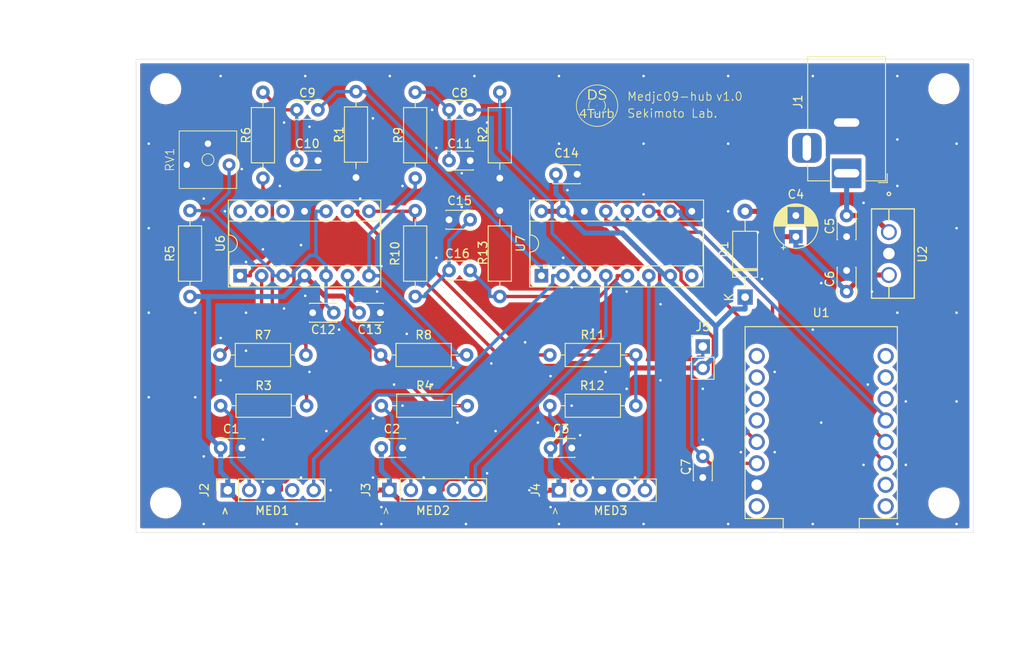
<source format=kicad_pcb>
(kicad_pcb (version 20240108) (generator "pcbnew") (generator_version "8.0")
  (layers (0 "F.Cu" signal) (31 "B.Cu" signal) (34 "B.Paste" user) (35 "F.Paste" user) (36 "B.SilkS" user "B.Silkscreen") (37 "F.SilkS" user "F.Silkscreen") (38 "B.Mask" user) (39 "F.Mask" user) (44 "Edge.Cuts" user))
  (net 0 "")
  (net 1 "GND")
  (net 2 "+3V3")
  (net 3 "Net-(D1-A)")
  (net 4 "Net-(U2-Vcc)")
  (net 5 "Net-(J5-Pin_1)")
  (net 6 "FME2")
  (net 7 "Net-(C11-Pad1)")
  (net 8 "Net-(C10-Pad2)")
  (net 9 "FME1")
  (net 10 "Net-(U6-+IN_A)")
  (net 11 "Net-(C15-Pad2)")
  (net 12 "FME3")
  (net 13 "RAWME1")
  (net 14 "SME1")
  (net 16 "SME2")
  (net 17 "RAWME2")
  (net 19 "SME3")
  (net 20 "RAWME3")
  (net 22 "Net-(U6--IN_A)")
  (net 23 "Net-(U6--IN_B)")
  (net 24 "Net-(U6-OUT_A)")
  (net 25 "Net-(U6-OUT_B)")
  (net 26 "Net-(U6-OUT_C)")
  (net 27 "Net-(U6--IN_C)")
  (net 29 "MOSI")
  (net 38 "SS")
  (net 39 "SCK")
  (net 40 "MISO")
  (footprint "MountingHole:MountingHole_3.2mm_M3" (layer "F.Cu") (at 160.5 122.5)
    (property "Reference" "REF4" (hide yes))
    (property "Value" "MountingHole_3.2mm_M3")
  )
  (footprint "GF063:GF063P" (layer "F.Cu") (at 73.5 81.9)
    (property "Reference" "RV1")
    (property "Value" "5kΩ")
  )
  (footprint "MountingHole:MountingHole_3.2mm_M3" (layer "F.Cu") (at 68.5 73.5)
    (property "Reference" "REF1" (hide yes))
    (property "Value" "MountingHole_3.2mm_M3")
  )
  (footprint "Capacitor_THT:C_Disc_D3.0mm_W2.0mm_P2.50mm" (layer "F.Cu") (at 75 116)
    (property "Reference" "C1")
    (property "Value" "0.1μF")
  )
  (footprint "Capacitor_THT:C_Disc_D3.0mm_W2.0mm_P2.50mm" (layer "F.Cu") (at 94 116)
    (property "Reference" "C2")
    (property "Value" "0.1μF")
  )
  (footprint "Resistor_THT:R_Axial_DIN0207_L6.3mm_D2.5mm_P10.16mm_Horizontal" (layer "F.Cu") (at 108 87.92 -90)
    (property "Reference" "R13")
    (property "Value" "33kΩ")
  )
  (footprint "Resistor_THT:R_Axial_DIN0207_L6.3mm_D2.5mm_P10.16mm_Horizontal" (layer "F.Cu") (at 124.08 111 180)
    (property "Reference" "R12")
    (property "Value" "10kΩ")
  )
  (footprint "Resistor_THT:R_Axial_DIN0207_L6.3mm_D2.5mm_P10.16mm_Horizontal" (layer "F.Cu") (at 75 111)
    (property "Reference" "R3")
    (property "Value" "10kΩ")
  )
  (footprint "LAB-LOGO:sekimoto_logo" (layer "F.Cu") (at 119.5 75.5)
    (property "Reference" "G***" (hide yes))
    (property "Value" "LOGO" (hide yes))
  )
  (footprint "Resistor_THT:R_Axial_DIN0207_L6.3mm_D2.5mm_P10.16mm_Horizontal" (layer "F.Cu") (at 74.92 105)
    (property "Reference" "R7")
    (property "Value" "10kΩ")
  )
  (footprint "Capacitor_THT:C_Disc_D3.0mm_W2.0mm_P2.50mm" (layer "F.Cu") (at 91.38 100)
    (property "Reference" "C13")
    (property "Value" "0.1μF")
  )
  (footprint "Resistor_THT:R_Axial_DIN0207_L6.3mm_D2.5mm_P10.16mm_Horizontal" (layer "F.Cu") (at 98 73.92 -90)
    (property "Reference" "R9")
    (property "Value" "200Ω")
  )
  (footprint "Resistor_THT:R_Axial_DIN0207_L6.3mm_D2.5mm_P10.16mm_Horizontal" (layer "F.Cu") (at 80 73.92 -90)
    (property "Reference" "R6")
    (property "Value" "200Ω")
  )
  (footprint "Capacitor_THT:C_Disc_D3.0mm_W2.0mm_P2.50mm" (layer "F.Cu") (at 86.5 76 180)
    (property "Reference" "C9")
    (property "Value" "0.47μF")
  )
  (footprint "Capacitor_THT:C_Disc_D3.0mm_W2.0mm_P2.50mm" (layer "F.Cu") (at 132 117 -90)
    (property "Reference" "C7")
    (property "Value" "0.1μF")
  )
  (footprint "Capacitor_THT:C_Disc_D3.0mm_W2.0mm_P2.50mm" (layer "F.Cu") (at 104.5 76 180)
    (property "Reference" "C8")
    (property "Value" "0.47μF")
  )
  (footprint "Capacitor_THT:C_Disc_D3.0mm_W2.0mm_P2.50mm" (layer "F.Cu") (at 86.5 82 180)
    (property "Reference" "C10")
    (property "Value" "1μF")
  )
  (footprint "Capacitor_THT:C_Disc_D3.0mm_W2.0mm_P2.50mm" (layer "F.Cu") (at 102 95)
    (property "Reference" "C16")
    (property "Value" "0.47μF")
  )
  (footprint "Package_DIP:DIP-16_W7.62mm_Socket" (layer "F.Cu") (at 112.92 95.62 90)
    (property "Reference" "U7")
    (property "Value" "MCP3208-CI_P")
  )
  (footprint "Resistor_THT:R_Axial_DIN0207_L6.3mm_D2.5mm_P10.16mm_Horizontal" (layer "F.Cu") (at 71.38 98.08 90)
    (property "Reference" "R5")
    (property "Value" "10kΩ")
  )
  (footprint "Resistor_THT:R_Axial_DIN0207_L6.3mm_D2.5mm_P10.16mm_Horizontal" (layer "F.Cu") (at 94 111)
    (property "Reference" "R4")
    (property "Value" "10kΩ")
  )
  (footprint "Connector_PinSocket_2.54mm:PinSocket_1x05_P2.54mm_Vertical" (layer "F.Cu") (at 75.84 121 90)
    (property "Reference" "J2")
    (property "Value" "Conn_01x05_Socket")
  )
  (footprint "Capacitor_THT:C_Disc_D3.0mm_W2.0mm_P2.50mm" (layer "F.Cu") (at 114.64 83.62)
    (property "Reference" "C14")
    (property "Value" "0.1μF")
  )
  (footprint "Connector_PinSocket_2.54mm:PinSocket_1x05_P2.54mm_Vertical" (layer "F.Cu") (at 94.95 120.975 90)
    (property "Reference" "J3")
    (property "Value" "Conn_01x05_Socket")
  )
  (footprint "Capacitor_THT:CP_Radial_D5.0mm_P2.50mm" (layer "F.Cu") (at 143 91 90)
    (property "Reference" "C4")
    (property "Value" "47μF")
  )
  (footprint "Capacitor_THT:C_Disc_D3.0mm_W2.0mm_P2.50mm" (layer "F.Cu") (at 88.38 100 180)
    (property "Reference" "C12")
    (property "Value" "0.1μF")
  )
  (footprint "Capacitor_THT:C_Disc_D3.0mm_W2.0mm_P2.50mm" (layer "F.Cu") (at 149 88.5 -90)
    (property "Reference" "C5")
    (property "Value" "0.1μF")
  )
  (footprint "ESP32-C3_SUPERMINI:MODULE_ESP32-C3_SUPERMINI" (layer "F.Cu") (at 146 113 180)
    (property "Reference" "U1")
    (property "Value" "ESP32-C3_SUPERMINI")
  )
  (footprint "MountingHole:MountingHole_3.2mm_M3" (layer "F.Cu") (at 68.5 122.5)
    (property "Reference" "REF2" (hide yes))
    (property "Value" "MountingHole_3.2mm_M3")
  )
  (footprint "Diode_THT:D_A-405_P10.16mm_Horizontal" (layer "F.Cu") (at 137 98.16 90)
    (property "Reference" "D1")
    (property "Value" "1N4007")
  )
  (footprint "Resistor_THT:R_Axial_DIN0207_L6.3mm_D2.5mm_P10.16mm_Horizontal" (layer "F.Cu") (at 93.92 105)
    (property "Reference" "R8")
    (property "Value" "10kΩ")
  )
  (footprint "Capacitor_THT:C_Disc_D3.0mm_W2.0mm_P2.50mm" (layer "F.Cu") (at 149 95 -90)
    (property "Reference" "C6")
    (property "Value" "0.1μF")
  )
  (footprint "Connector_PinHeader_2.54mm:PinHeader_1x02_P2.54mm_Vertical" (layer "F.Cu") (at 132 104)
    (property "Reference" "J5")
    (property "Value" "Conn_01x02_Pin")
  )
  (footprint "MountingHole:MountingHole_3.2mm_M3" (layer "F.Cu") (at 160.5 73.5)
    (property "Reference" "REF3" (hide yes))
    (property "Value" "MountingHole_3.2mm_M3")
  )
  (footprint "Resistor_THT:R_Axial_DIN0207_L6.3mm_D2.5mm_P10.16mm_Horizontal" (layer "F.Cu") (at 108 73.92 -90)
    (property "Reference" "R2")
    (property "Value" "33kΩ")
  )
  (footprint "Resistor_THT:R_Axial_DIN0207_L6.3mm_D2.5mm_P10.16mm_Horizontal" (layer "F.Cu") (at 91 84 90)
    (property "Reference" "R1")
    (property "Value" "33kΩ")
  )
  (footprint "Package_DIP:DIP-14_W7.62mm_Socket" (layer "F.Cu") (at 77.3 95.62 90)
    (property "Reference" "U6")
    (property "Value" "NJM2747D")
  )
  (footprint "Resistor_THT:R_Axial_DIN0207_L6.3mm_D2.5mm_P10.16mm_Horizontal" (layer "F.Cu") (at 113.92 105)
    (property "Reference" "R11")
    (property "Value" "10kΩ")
  )
  (footprint "Capacitor_THT:C_Disc_D3.0mm_W2.0mm_P2.50mm" (layer "F.Cu") (at 114 116)
    (property "Reference" "C3")
    (property "Value" "0.1μF")
  )
  (footprint "Connector_PinSocket_2.54mm:PinSocket_1x05_P2.54mm_Vertical" (layer "F.Cu") (at 115 121 90)
    (property "Reference" "J4")
    (property "Value" "Conn_01x05_Socket")
  )
  (footprint "Capacitor_THT:C_Disc_D3.0mm_W2.0mm_P2.50mm" (layer "F.Cu") (at 102 82)
    (property "Reference" "C11")
    (property "Value" "1μF")
  )
  (footprint "BA033CC0T:BA033CC0T" (layer "F.Cu") (at 154 90.46 -90)
    (property "Reference" "U2")
    (property "Value" "BA033CC0T")
  )
  (footprint "Connector_BarrelJack:BarrelJack_Horizontal" (layer "F.Cu") (at 149 83.5 -90)
    (property "Reference" "J1")
    (property "Value" "MJ-180P")
  )
  (footprint "Resistor_THT:R_Axial_DIN0207_L6.3mm_D2.5mm_P10.16mm_Horizontal" (layer "F.Cu") (at 98 87.92 -90)
    (property "Reference" "R10")
    (property "Value" "200Ω")
  )
  (footprint "Capacitor_THT:C_Disc_D3.0mm_W2.0mm_P2.50mm" (layer "F.Cu") (at 102 89)
    (property "Reference" "C15")
    (property "Value" "1μF")
  )
  (gr_rect (start 65 70) (end 164 126) (stroke (width 0.05)) (fill none) (layer "Edge.Cuts"))
  (gr_text "v1.0" (at 133.5 75 0) (layer "F.SilkS") (effects (font (size 1 1) (thickness 0.1)) (justify left bottom)))
  (gr_text "v" (at 95 123 180) (layer "F.SilkS") (effects (font (size 1 1) (thickness 0.1)) (justify left bottom)))
  (gr_text "Sekimoto Lab." (at 123 77 0) (layer "F.SilkS") (effects (font (size 1 1) (thickness 0.1)) (justify left bottom)))
  (gr_text "v" (at 115 123 180) (layer "F.SilkS") (effects (font (size 1 1) (thickness 0.1)) (justify left bottom)))
  (gr_text "MED2" (at 98 124 0) (layer "F.SilkS") (effects (font (size 1 1)) (justify left bottom)))
  (gr_text "Medjc09-hub" (at 123 75 0) (layer "F.SilkS") (effects (font (size 1 1) (thickness 0.1)) (justify left bottom)))
  (gr_text "MED3" (at 119 124 0) (layer "F.SilkS") (effects (font (size 1 1)) (justify left bottom)))
  (gr_text "MED1" (at 79 124 0) (layer "F.SilkS") (effects (font (size 1 1)) (justify left bottom)))
  (gr_text "v" (at 76 123 180) (layer "F.SilkS") (effects (font (size 1 1)) (justify left bottom)))
  (segment (start 116.5 116) (end 120 119.5) (width 0.4) (layer "F.Cu") (net 1))
  (segment (start 92.6469 109.1469) (end 92.6469 112.1469) (width 0.4) (layer "F.Cu") (net 1))
  (segment (start 102 89) (end 103.2017 87.7983) (width 0.4) (layer "F.Cu") (net 1))
  (segment (start 127 120) (end 127.5 119.5) (width 0.4) (layer "F.Cu") (net 1))
  (segment (start 117.14 84.8443) (end 109.966 84.8443) (width 0.4) (layer "F.Cu") (net 1))
  (segment (start 127.5 119.5) (end 132 119.5) (width 0.4) (layer "F.Cu") (net 1))
  (segment (start 103.9733 119.7233) (end 112.7767 119.7233) (width 0.4) (layer "F.Cu") (net 1))
  (segment (start 82.1717 120.4813) (end 82.1717 121) (width 0.4) (layer "F.Cu") (net 1))
  (segment (start 106.58 87.7983) (end 107.8783 87.7983) (width 0.4) (layer "F.Cu") (net 1))
  (segment (start 92.5 101.5) (end 92.6469 101.6469) (width 0.4) (layer "F.Cu") (net 1))
  (segment (start 83.6653 97.7853) (end 85.88 100) (width 0.4) (layer "F.Cu") (net 1))
  (segment (start 138.38 120.36) (end 132.86 120.36) (width 0.4) (layer "F.Cu") (net 1))
  (segment (start 124 119.5) (end 126.5 119.5) (width 0.4) (layer "F.Cu") (net 1))
  (segment (start 132.86 120.36) (end 132 119.5) (width 0.4) (layer "F.Cu") (net 1))
  (segment (start 107.8783 87.7983) (end 108 87.92) (width 0.4) (layer "F.Cu") (net 1))
  (segment (start 82.1717 121) (end 80.92 121) (width 0.4) (layer "F.Cu") (net 1))
  (segment (start 106.58 86.58) (end 106.5 86.5) (width 0.4) (layer "F.Cu") (net 1))
  (segment (start 101.9857 119.7233) (end 103.5267 119.7233) (width 0.4) (layer "F.Cu") (net 1))
  (segment (start 120.08 119.5) (end 120.08 119.7483) (width 0.4) (layer "F.Cu") (net 1))
  (segment (start 84.92 89.2017) (end 83.6653 90.4564) (width 0.4) (layer "F.Cu") (net 1))
  (segment (start 82 120) (end 82 120.653) (width 0.4) (layer "F.Cu") (net 1))
  (segment (start 118 86.7983) (end 118 85.7043) (width 0.4) (layer "F.Cu") (net 1))
  (segment (start 103.75 119.5) (end 104 119.5) (width 0.4) (layer "F.Cu") (net 1))
  (segment (start 92.5 109) (end 92.6469 109.1469) (width 0.4) (layer "F.Cu") (net 1))
  (segment (start 106.58 86.42) (end 106.58 84.08) (width 0.4) (layer "F.Cu") (net 1))
  (segment (start 99 86) (end 102 89) (width 0.4) (layer "F.Cu") (net 1))
  (segment (start 90.153 112.5) (end 82.653 120) (width 0.4) (layer "F.Cu") (net 1))
  (segment (start 93 86) (end 99 86) (width 0.4) (layer "F.Cu") (net 1))
  (segment (start 106.58 87.7983) (end 106.58 86.58) (width 0.4) (layer "F.Cu") (net 1))
  (segment (start 118 85.7043) (end 117.14 84.8443) (width 0.4) (layer "F.Cu") (net 1))
  (segment (start 129.4983 88) (end 129.4983 87.6244) (width 0.4) (layer "F.Cu") (net 1))
  (segment (start 84.92 88) (end 84.92 89.2017) (width 0.4) (layer "F.Cu") (net 1))
  (segment (start 106.58 84.08) (end 108 84.08) (width 0.4) (layer "F.Cu") (net 1))
  (segment (start 93 112.5) (end 90.153 112.5) (width 0.4) (layer "F.Cu") (net 1))
  (segment (start 100.03 120.975) (end 101.2817 120.975) (width 0.4) (layer "F.Cu") (net 1))
  (segment (start 92.6469 101.2331) (end 92.6469 101.3531) (width 0.4) (layer "F.Cu") (net 1))
  (segment (start 82 120.653) (end 82.1717 120.4813) (width 0.4) (layer "F.Cu") (net 1))
  (segment (start 112.7767 119.7233) (end 116.5 116) (width 0.4) (layer "F.Cu") (net 1))
  (segment (start 92.6469 108.8531) (end 92.5 109) (width 0.4) (layer "F.Cu") (net 1))
  (segment (start 103.2017 87.7983) (end 103.5 87.5) (width 0.4) (layer "F.Cu") (net 1))
  (segment (start 129.4983 87.6244) (end 128.6722 86.7983) (width 0.4) (layer "F.Cu") (net 1))
  (segment (start 126.5 119.5) (end 127 120) (width 0.4) (layer "F.Cu") (net 1))
  (segment (start 108 84.08) (end 109.2017 84.08) (width 0.4) (layer "F.Cu") (net 1))
  (segment (start 93.88 100) (end 92.6469 101.2331) (width 0.4) (layer "F.Cu") (net 1))
  (segment (start 118 88) (end 118 86.7983) (width 0.4) (layer "F.Cu") (net 1))
  (segment (start 128.6722 86.7983) (end 118 86.7983) (width 0.4) (layer "F.Cu") (net 1))
  (segment (start 104 119.75) (end 103.9733 119.7233) (width 0.4) (layer "F.Cu") (net 1))
  (segment (start 106.5 86.5) (end 106.58 86.42) (width 0.4) (layer "F.Cu") (net 1))
  (segment (start 104 119.5) (end 104 119.75) (width 0.4) (layer "F.Cu") (net 1))
  (segment (start 92.6469 101.6469) (end 92.6469 108.8531) (width 0.4) (layer "F.Cu") (net 1))
  (segment (start 120 119.5) (end 120.08 119.5) (width 0.4) (layer "F.Cu") (net 1))
  (segment (start 106.58 84.08) (end 104.5 82) (width 0.4) (layer "F.Cu") (net 1))
  (segment (start 91 84) (end 93 86) (width 0.4) (layer "F.Cu") (net 1))
  (segment (start 93 112.5) (end 96.5 116) (width 0.4) (layer "F.Cu") (net 1))
  (segment (start 92.6469 101.3531) (end 92.5 101.5) (width 0.4) (layer "F.Cu") (net 1))
  (segment (start 83.6653 90.4564) (end 83.6653 97.7853) (width 0.4) (layer "F.Cu") (net 1))
  (segment (start 103.5267 119.7233) (end 103.75 119.5) (width 0.4) (layer "F.Cu") (net 1))
  (segment (start 87.1131 101.2331) (end 85.88 100) (width 0.4) (layer "F.Cu") (net 1))
  (segment (start 109.966 84.8443) (end 109.2017 84.08) (width 0.4) (layer "F.Cu") (net 1))
  (segment (start 130.7 88) (end 129.4983 88) (width 0.4) (layer "F.Cu") (net 1))
  (segment (start 92.6469 101.2331) (end 87.1131 101.2331) (width 0.4) (layer "F.Cu") (net 1))
  (segment (start 103.5 87.5) (end 106.58 87.7983) (width 0.4) (layer "F.Cu") (net 1))
  (segment (start 117.14 84.8443) (end 117.14 83.62) (width 0.4) (layer "F.Cu") (net 1))
  (segment (start 103.75 119.5) (end 103.75 119.5) (width 0.4) (layer "F.Cu") (net 1))
  (segment (start 120.08 119.5) (end 124 119.5) (width 0.4) (layer "F.Cu") (net 1))
  (segment (start 101.2817 120.975) (end 101.2817 120.4273) (width 0.4) (layer "F.Cu") (net 1))
  (segment (start 120.08 121) (end 120.08 119.7483) (width 0.4) (layer "F.Cu") (net 1))
  (segment (start 82.653 120) (end 82 120) (width 0.4) (layer "F.Cu") (net 1))
  (segment (start 101.2817 120.4273) (end 101.9857 119.7233) (width 0.4) (layer "F.Cu") (net 1))
  (segment (start 93 112.5) (end 92.6469 112.1469) (width 0.4) (layer "F.Cu") (net 1))
  (via (at 162 100) (size 0.6) (drill 0.3) (layers "F.Cu" "B.Cu") (net 1))
  (via (at 156 110.5) (size 0.6) (drill 0.3) (layers "F.Cu" "B.Cu") (net 1))
  (via (at 162 90) (size 0.6) (drill 0.3) (layers "F.Cu" "B.Cu") (net 1))
  (via (at 106.5 77.5) (size 0.6) (drill 0.3) (layers "F.Cu" "B.Cu") (net 1))
  (via (at 119 119.5) (size 0.6) (drill 0.3) (layers "F.Cu" "B.Cu") (net 1))
  (via (at 78 104.5) (size 0.6) (drill 0.3) (layers "F.Cu" "B.Cu") (net 1))
  (via (at 105 72) (size 0.6) (drill 0.3) (layers "F.Cu" "B.Cu") (net 1))
  (via (at 130.5 118.5) (size 0.6) (drill 0.3) (layers "F.Cu" "B.Cu") (net 1))
  (via (at 75.5 88) (size 0.6) (drill 0.3) (layers "F.Cu" "B.Cu") (net 1))
  (via (at 97 102.5) (size 0.6) (drill 0.3) (layers "F.Cu" "B.Cu") (net 1))
  (via (at 136.5 116.5) (size 0.6) (drill 0.3) (layers "F.Cu" "B.Cu") (net 1))
  (via (at 107 106) (size 0.6) (drill 0.3) (layers "F.Cu" "B.Cu") (net 1))
  (via (at 152 97.5) (size 0.6) (drill 0.3) (layers "F.Cu" "B.Cu") (net 1))
  (via (at 88 121) (size 0.6) (drill 0.3) (layers "F.Cu" "B.Cu") (net 1))
  (via (at 73 86.5) (size 0.6) (drill 0.3) (layers "F.Cu" "B.Cu") (net 1))
  (via (at 94 123) (size 0.6) (drill 0.3) (layers "F.Cu" "B.Cu") (net 1))
  (via (at 162 125) (size 0.6) (drill 0.3) (layers "F.Cu" "B.Cu") (net 1))
  (via (at 93.5 97.5) (size 0.6) (drill 0.3) (layers "F.Cu" "B.Cu") (net 1))
  (via (at 106.5 119) (size 0.6) (drill 0.3) (layers "F.Cu" "B.Cu") (net 1))
  (via (at 91.5 86.5) (size 0.6) (drill 0.3) (layers "F.Cu" "B.Cu") (net 1))
  (via (at 125 125) (size 0.6) (drill 0.3) (layers "F.Cu" "B.Cu") (net 1))
  (via (at 162 110.5) (size 0.6) (drill 0.3) (layers "F.Cu" "B.Cu") (net 1))
  (via (at 84.5 119.5) (size 0.6) (drill 0.3) (layers "F.Cu" "B.Cu") (net 1))
  (via (at 72 110) (size 0.6) (drill 0.3) (layers "F.Cu" "B.Cu") (net 1))
  (via (at 82 85) (size 0.6) (drill 0.3) (layers "F.Cu" "B.Cu") (net 1))
  (via (at 72 100) (size 0.6) (drill 0.3) (layers "F.Cu" "B.Cu") (net 1))
  (via (at 132 89) (size 0.6) (drill 0.3) (layers "F.Cu" "B.Cu") (net 1))
  (via (at 85.5 107) (size 0.6) (drill 0.3) (layers "F.Cu" "B.Cu") (net 1))
  (via (at 115 80) (size 0.6) (drill 0.3) (layers "F.Cu" "B.Cu") (net 1))
  (via (at 100 108.5) (size 0.6) (drill 0.3) (layers "F.Cu" "B.Cu") (net 1))
  (via (at 117.5 114.5) (size 0.6) (drill 0.3) (layers "F.Cu" "B.Cu") (net 1))
  (via (at 112 86.5) (size 0.6) (drill 0.3) (layers "F.Cu" "B.Cu") (net 1))
  (via (at 77.5 83) (size 0.6) (drill 0.3) (layers "F.Cu" "B.Cu") (net 1))
  (via (at 132 115) (size 0.6) (drill 0.3) (layers "F.Cu" "B.Cu") (net 1))
  (via (at 127 108) (size 0.6) (drill 0.3) (layers "F.Cu" "B.Cu") (net 1))
  (via (at 100 76) (size 0.6) (drill 0.3) (layers "F.Cu" "B.Cu") (net 1))
  (via (at 111.5 121) (size 0.6) (drill 0.3) (layers "F.Cu" "B.Cu") (net 1))
  (via (at 140.5 116.5) (size 0.6) (drill 0.3) (layers "F.Cu" "B.Cu") (net 1))
  (via (at 151 87) (size 0.6) (drill 0.3) (layers "F.Cu" "B.Cu") (net 1))
  (via (at 66.5 80) (size 0.6) (drill 0.3) (layers "F.Cu" "B.Cu") (net 1))
  (via (at 123 109) (size 0.6) (drill 0.3) (layers "F.Cu" "B.Cu") (net 1))
  (via (at 116 85.5) (size 0.6) (drill 0.3) (layers "F.Cu" "B.Cu") (net 1))
  (via (at 124 119.5) (size 0.6) (drill 0.3) (layers "F.Cu" "B.Cu") (net 1))
  (via (at 151.5 108.5) (size 0.6) (drill 0.3) (layers "F.Cu" "B.Cu") (net 1))
  (via (at 87.5 114) (size 0.6) (drill 0.3) (layers "F.Cu" "B.Cu") (net 1))
  (via (at 132 109) (size 0.6) (drill 0.3) (layers "F.Cu" "B.Cu") (net 1))
  (via (at 92.5 101.5) (size 0.6) (drill 0.3) (layers "F.Cu" "B.Cu") (net 1))
  (via (at 96.5 85) (size 0.6) (drill 0.3) (layers "F.Cu" "B.Cu") (net 1))
  (via (at 78 100) (size 0.6) (drill 0.3) (layers "F.Cu" "B.Cu") (net 1))
  (via (at 94 94.5) (size 0.6) (drill 0.3) (layers "F.Cu" "B.Cu") (net 1))
  (via (at 75 72) (size 0.6) (drill 0.3) (layers "F.Cu" "B.Cu") (net 1))
  (via (at 146 113) (size 0.6) (drill 0.3) (layers "F.Cu" "B.Cu") (net 1))
  (via (at 139 96) (size 0.6) (drill 0.3) (layers "F.Cu" "B.Cu") (net 1))
  (via (at 125 72) (size 0.6) (drill 0.3) (layers "F.Cu" "B.Cu") (net 1))
  (via (at 145 72) (size 0.6) (drill 0.3) (layers "F.Cu" "B.Cu") (net 1))
  (via (at 82.5 77.5) (size 0.6) (drill 0.3) (layers "F.Cu" "B.Cu") (net 1))
  (via (at 93 112.5) (size 0.6) (drill 0.3) (layers "F.Cu" "B.Cu") (net 1))
  (via (at 100.5 93.5) (size 0.6) (drill 0.3) (layers "F.Cu" "B.Cu") (net 1))
  (via (at 66.5 100) (size 0.6) (drill 0.3) (layers "F.Cu" "B.Cu") (net 1))
  (via (at 100.5 80.5) (size 0.6) (drill 0.3) (layers "F.Cu" "B.Cu") (net 1))
  (via (at 85 98) (size 0.6) (drill 0.3) (layers "F.Cu" "B.Cu") (net 1))
  (via (at 155 125) (size 0.6) (drill 0.3) (layers "F.Cu" "B.Cu") (net 1))
  (via (at 89 102) (size 0.6) (drill 0.3) (layers "F.Cu" "B.Cu") (net 1))
  (via (at 155 79.5) (size 0.6) (drill 0.3) (layers "F.Cu" "B.Cu") (net 1))
  (via (at 80 92.5) (size 0.6) (drill 0.3) (layers "F.Cu" "B.Cu") (net 1))
  (via (at 96.5 111) (size 0.6) (drill 0.3) (layers "F.Cu" "B.Cu") (net 1))
  (via (at 73 89) (size 0.6) (drill 0.3) (layers "F.Cu" "B.Cu") (net 1))
  (via (at 99 119.5) (size 0.6) (drill 0.3) (layers "F.Cu" "B.Cu") (net 1))
  (via (at 155 85) (size 0.6) (drill 0.3) (layers "F.Cu" "B.Cu") (net 1))
  (via (at 115 125) (size 0.6) (drill 0.3) (layers "F.Cu" "B.Cu") (net 1))
  (via (at 146 96.5) (size 0.6) (drill 0.3) (layers "F.Cu" "B.Cu") (net 1))
  (via (at 75 108) (size 0.6) (drill 0.3) (layers "F.Cu" "B.Cu") (net 1))
  (via (at 78 94) (size 0.6) (drill 0.3) (layers "F.Cu" "B.Cu") (net 1))
  (via (at 114 107.5) (size 0.6) (drill 0.3) (layers "F.Cu" "B.Cu") (net 1))
  (via (at 145 102) (size 0.6) (drill 0.3) (layers "F.Cu" "B.Cu") (net 1))
  (via (at 107.5 114) (size 0.6) (drill 0.3) (layers "F.Cu" "B.Cu") (net 1))
  (via (at 115 72) (size 0.6) (drill 0.3) (layers "F.Cu" "B.Cu") (net 1))
  (via (at 115.5 93.5) (size 0.6) (drill 0.3) (layers "F.Cu" "B.Cu") (net 1))
  (via (at 85.5 78) (size 0.6) (drill 0.3) (layers "F.Cu" "B.Cu") (net 1))
  (via (at 103.5 87.5) (size 0.6) (drill 0.3) (layers "F.Cu" "B.Cu") (net 1))
  (via (at 116.5 111) (size 0.6) (drill 0.3) (layers "F.Cu" "B.Cu") (net 1))
  (via (at 73 117) (size 0.6) (drill 0.3) (layers "F.Cu" "B.Cu") (net 1))
  (via (at 102.5 106.5) (size 0.6) (drill 0.3) (layers "F.Cu" "B.Cu") (net 1))
  (via (at 127 99) (size 0.6) (drill 0.3) (layers "F.Cu" "B.Cu") (net 1))
  (via (at 95 72) (size 0.6) (drill 0.3) (layers "F.Cu" "B.Cu") (net 1))
  (via (at 103 113) (size 0.6) (drill 0.3) (layers "F.Cu" "B.Cu") (net 1))
  (via (at 120.5 107) (size 0.6) (drill 0.3) (layers "F.Cu" "B.Cu") (net 1))
  (via (at 135 125) (size 0.6) (drill 0.3) (layers "F.Cu" "B.Cu") (net 1))
  (via (at 80 115) (size 0.6) (drill 0.3) (layers "F.Cu" "B.Cu") (net 1))
  (via (at 125 80) (size 0.6) (drill 0.3) (layers "F.Cu" "B.Cu") (net 1))
  (via (at 66.5 90) (size 0.6) (drill 0.3) (layers "F.Cu" "B.Cu") (net 1))
  (via (at 125 86) (size 0.6) (drill 0.3) (layers "F.Cu" "B.Cu") (net 1))
  (via (at 93 119.5) (size 0.6) (drill 0.3) (layers "F.Cu" "B.Cu") (net 1))
  (via (at 119 102) (size 0.6) (drill 0.3) (layers "F.Cu" "B.Cu") (net 1))
  (via (at 85 72) (size 0.6) (drill 0.3) (layers "F.Cu" "B.Cu") (net 1))
  (via (at 82.5 99.5) (size 0.6) (drill 0.3) (layers "F.Cu" "B.Cu") (net 1))
  (via (at 155 100) (size 0.6) (drill 0.3) (layers "F.Cu" "B.Cu") (net 1))
  (via (at 112.5 113) (size 0.6) (drill 0.3) (layers "F.Cu" "B.Cu") (net 1))
  (via (at 73 125) (size 0.6) (drill 0.3) (layers "F.Cu" "B.Cu") (net 1))
  (via (at 80 120) (size 0.6) (drill 0.3) (layers "F.Cu" "B.Cu") (net 1))
  (via (at 145 125) (size 0.6) (drill 0.3) (layers "F.Cu" "B.Cu") (net 1))
  (via (at 135 88) (size 0.6) (drill 0.3) (layers "F.Cu" "B.Cu") (net 1))
  (via (at 151 118) (size 0.6) (drill 0.3) (layers "F.Cu" "B.Cu") (net 1))
  (via (at 104 125) (size 0.6) (drill 0.3) (layers "F.Cu" "B.Cu") (net 1))
  (via (at 84 125) (size 0.6) (drill 0.3) (layers "F.Cu" "B.Cu") (net 1))
  (via (at 138.5 90.5) (size 0.6) (drill 0.3) (layers "F.Cu" "B.Cu") (net 1))
  (via (at 114 123) (size 0.6) (drill 0.3) (layers "F.Cu" "B.Cu") (net 1))
  (via (at 135 72) (size 0.6) (drill 0.3) (layers "F.Cu" "B.Cu") (net 1))
  (via (at 93 77) (size 0.6) (drill 0.3) (layers "F.Cu" "B.Cu") (net 1))
  (via (at 155 72) (size 0.6) (drill 0.3) (layers "F.Cu" "B.Cu") (net 1))
  (via (at 66.5 110) (size 0.6) (drill 0.3) (layers "F.Cu" "B.Cu") (net 1))
  (via (at 162 80) (size 0.6) (drill 0.3) (layers "F.Cu" "B.Cu") (net 1))
  (via (at 140.5 107) (size 0.6) (drill 0.3) (layers "F.Cu" "B.Cu") (net 1))
  (via (at 135 80) (size 0.6) (drill 0.3) (layers "F.Cu" "B.Cu") (net 1))
  (via (at 116.5 97) (size 0.6) (drill 0.3) (layers "F.Cu" "B.Cu") (net 1))
  (via (at 103.5 83.5) (size 0.6) (drill 0.3) (layers "F.Cu" "B.Cu") (net 1))
  (via (at 75 103) (size 0.6) (drill 0.3) (layers "F.Cu" "B.Cu") (net 1))
  (via (at 111 103.5) (size 0.6) (drill 0.3) (layers "F.Cu" "B.Cu") (net 1))
  (via (at 84.5 92) (size 0.6) (drill 0.3) (layers "F.Cu" "B.Cu") (net 1))
  (via (at 123 97.5) (size 0.6) (drill 0.3) (layers "F.Cu" "B.Cu") (net 1))
  (via (at 95.5 108.5) (size 0.6) (drill 0.3) (layers "F.Cu" "B.Cu") (net 1))
  (via (at 156 118) (size 0.6) (drill 0.3) (layers "F.Cu" "B.Cu") (net 1))
  (via (at 94 125) (size 0.6) (drill 0.3) (layers "F.Cu" "B.Cu") (net 1))
  (via (at 104 119.5) (size 0.6) (drill 0.3) (layers "F.Cu" "B.Cu") (net 1))
  (segment (start 149 93) (end 149.5 93) (width 0.4) (layer "B.Cu") (net 1))
  (segment (start 150 92.5) (end 150.5 93) (width 0.4) (layer "B.Cu") (net 1))
  (segment (start 88.1092 83.6091) (end 88.5 84) (width 0.4) (layer "B.Cu") (net 1))
  (segment (start 130.7 88) (end 131.9017 88) (width 0.4) (layer "B.Cu") (net 1))
  (segment (start 150.5 93) (end 152 93) (width 0.4) (layer "B.Cu") (net 1))
  (segment (start 149 93) (end 149 91) (width 0.4) (layer "B.Cu") (net 1))
  (segment (start 80.92 119.7483) (end 77.5 116.3283) (width 0.4) (layer "B.Cu") (net 1))
  (segment (start 149.5 93) (end 150 92.5) (width 0.4) (layer "B.Cu") (net 1))
  (segment (start 147.5 90) (end 146.3267 88.3266) (width 0.4) (layer "B.Cu") (net 1))
  (segment (start 149 95) (end 149 93) (width 0.4) (layer "B.Cu") (net 1))
  (segment (start 146.8483 79.6517) (end 149 77.5) (width 0.4) (layer "B.Cu") (net 1))
  (segment (start 100.03 120.975) (end 100.03 119.53) (width 0.4) (layer "B.Cu") (net 1))
  (segment (start 142.1882 89.3118) (end 133.2135 89.3118) (width 0.4) (layer "B.Cu") (net 1))
  (segment (start 77.617057 80) (end 84.415357 86.7983) (width 0.4) (layer "B.Cu") (net 1))
  (segment (start 146.1533 88.5) (end 143 88.5) (width 0.4) (layer "B.Cu") (net 1))
  (segment (start 153 93) (end 154 93) (width 0.4) (layer "B.Cu") (net 1))
  (segment (start 133.2135 89.3118) (end 131.9017 88) (width 0.4) (layer "B.Cu") (net 1))
  (segment (start 100.03 119.53) (end 96.5 116) (width 0.4) (layer "B.Cu") (net 1))
  (segment (start 84.92 88) (end 84.92 86.7983) (width 0.4) (layer "B.Cu") (net 1))
  (segment (start 80.92 121) (end 80.92 119.7483) (width 0.4) (layer "B.Cu") (net 1))
  (segment (start 88.1092 83.6091) (end 84.92 86.7983) (width 0.4) (layer "B.Cu") (net 1))
  (segment (start 143 88.5) (end 142.1882 89.3118) (width 0.4) (layer "B.Cu") (net 1))
  (segment (start 152 93) (end 152.5 92.5) (width 0.4) (layer "B.Cu") (net 1))
  (segment (start 77.5 116.3283) (end 77.5 116) (width 0.4) (layer "B.Cu") (net 1))
  (segment (start 88.5 84) (end 91 84) (width 0.4) (layer "B.Cu") (net 1))
  (segment (start 146.3267 88.3266) (end 146.1533 88.5) (width 0.4) (layer "B.Cu") (net 1))
  (segment (start 146.3267 88.3266) (end 146.8483 87.805) (width 0.4) (layer "B.Cu") (net 1))
  (segment (start 146.8483 87.805) (end 146.8483 79.6517) (width 0.4) (layer "B.Cu") (net 1))
  (segment (start 149 91) (end 147.5 90) (width 0.4) (layer "B.Cu") (net 1))
  (segment (start 71 82.5) (end 73.5 80) (width 0.4) (layer "B.Cu") (net 1))
  (segment (start 73.5 80) (end 77.617057 80) (width 0.4) (layer "B.Cu") (net 1))
  (segment (start 152.5 92.5) (end 153 93) (width 0.4) (layer "B.Cu") (net 1))
  (segment (start 86.5 82) (end 88.1092 83.6091) (width 0.4) (layer "B.Cu") (net 1))
  (segment (start 84.415357 86.7983) (end 84.92 86.7983) (width 0.4) (layer "B.Cu") (net 1))
  (segment (start 123.46 106.54) (end 132 106.54) (width 0.6) (layer "F.Cu") (net 2))
  (segment (start 77.1921 122.3521) (end 92.2212 122.3521) (width 0.6) (layer "F.Cu") (net 2))
  (segment (start 96.3244 122.3494) (end 94.95 120.975) (width 0.6) (layer "F.Cu") (net 2))
  (segment (start 113.6483 121) (end 112.2989 122.3494) (width 0.6) (layer "F.Cu") (net 2))
  (segment (start 112.92 88) (end 115.46 88) (width 0.6) (layer "F.Cu") (net 2))
  (segment (start 94.95 120.975) (end 93.5983 120.975) (width 0.6) (layer "F.Cu") (net 2))
  (segment (start 115 121) (end 113.6483 121) (width 0.6) (layer "F.Cu") (net 2))
  (segment (start 114 116) (end 123.46 106.54) (width 0.6) (layer "F.Cu") (net 2))
  (segment (start 75.84 121) (end 77.1921 122.3521) (width 0.6) (layer "F.Cu") (net 2))
  (segment (start 87.3302 98.0302) (end 89.4102 98.0302) (width 0.6) (layer "F.Cu") (net 2))
  (segment (start 92.2212 122.3521) (end 93.5983 120.975) (width 0.6) (layer "F.Cu") (net 2))
  (segment (start 89.4102 98.0302) (end 91.38 100) (width 0.6) (layer "F.Cu") (net 2))
  (segment (start 112.2989 122.3494) (end 96.3244 122.3494) (width 0.6) (layer "F.Cu") (net 2))
  (segment (start 84.92 95.62) (end 87.3302 98.0302) (width 0.6) (layer "F.Cu") (net 2))
  (segment (start 75.84 119.6483) (end 75 118.8083) (width 0.6) (layer "B.Cu") (net 2))
  (segment (start 133.5332 101.6268) (end 128.16 96.2536) (width 0.6) (layer "B.Cu") (net 2))
  (segment (start 82.46 98.08) (end 73.5625 98.08) (width 0.6) (layer "B.Cu") (net 2))
  (segment (start 133.5332 101.6268) (end 135.5983 99.5617) (width 0.6) (layer "B.Cu") (net 2))
  (segment (start 137 98.16) (end 137 99.5617) (width 0.6) (layer "B.Cu") (net 2))
  (segment (start 114.64 85.8783) (end 114.64 83.62) (width 0.6) (layer "B.Cu") (net 2))
  (segment (start 115.46 88) (end 115.46 86.6983) (width 0.6) (layer "B.Cu") (net 2))
  (segment (start 75.84 121) (end 75.84 119.6483) (width 0.6) (layer "B.Cu") (net 2))
  (segment (start 132 106.54) (end 133.5332 105.0068) (width 0.6) (layer "B.Cu") (net 2))
  (segment (start 75 118.8083) (end 75 116) (width 0.6) (layer "B.Cu") (net 2))
  (segment (start 128.16 95.62) (end 128.16 96.2536) (width 0.6) (layer "B.Cu") (net 2))
  (segment (start 122.4781 90.5717) (end 128.16 96.2536) (width 0.6) (layer "B.Cu") (net 2))
  (segment (start 115 119.6483) (end 114 118.6483) (width 0.6) (layer "B.Cu") (net 2))
  (segment (start 135.5983 99.5617) (end 137 99.5617) (width 0.6) (layer "B.Cu") (net 2))
  (segment (start 114 118.6483) (end 114 116) (width 0.6) (layer "B.Cu") (net 2))
  (segment (start 73.5625 114.5625) (end 75 116) (width 0.6) (layer "B.Cu") (net 2))
  (segment (start 115.46 88) (end 118.0317 90.5717) (width 0.6) (layer "B.Cu") (net 2))
  (segment (start 73.5625 98.08) (end 71.38 98.08) (width 0.6) (layer "B.Cu") (net 2))
  (segment (start 133.5332 105.0068) (end 133.5332 101.6268) (width 0.6) (layer "B.Cu") (net 2))
  (segment (start 115 121) (end 115 119.6483) (width 0.6) (layer "B.Cu") (net 2))
  (segment (start 84.92 95.62) (end 82.46 98.08) (width 0.6) (layer "B.Cu") (net 2))
  (segment (start 94 118.6733) (end 94 116) (width 0.6) (layer "B.Cu") (net 2))
  (segment (start 115.46 86.6983) (end 114.64 85.8783) (width 0.6) (layer "B.Cu") (net 2))
  (segment (start 94.95 119.6233) (end 94 118.6733) (width 0.6) (layer "B.Cu") (net 2))
  (segment (start 118.0317 90.5717) (end 122.4781 90.5717) (width 0.6) (layer "B.Cu") (net 2))
  (segment (start 73.5625 98.08) (end 73.5625 114.5625) (width 0.6) (layer "B.Cu") (net 2))
  (segment (start 94.95 120.975) (end 94.95 119.6233) (width 0.6) (layer "B.Cu") (net 2))
  (segment (start 141.4017 91) (end 143 91) (width 0.6) (layer "F.Cu") (net 3))
  (segment (start 138.4017 88) (end 141.4017 91) (width 0.6) (layer "F.Cu") (net 3))
  (segment (start 137 88) (end 138.4017 88) (width 0.6) (layer "F.Cu") (net 3))
  (segment (start 154 95.54) (end 150.96 95.54) (width 0.6) (layer "F.Cu") (net 3))
  (segment (start 150.96 95.54) (end 149 97.5) (width 0.6) (layer "F.Cu") (net 3))
  (segment (start 143.8017 92.3017) (end 143 92.3017) (width 0.6) (layer "B.Cu") (net 3))
  (segment (start 149 97.5) (end 143.8017 92.3017) (width 0.6) (layer "B.Cu") (net 3))
  (segment (start 143 91) (end 143 92.3017) (width 0.6) (layer "B.Cu") (net 3))
  (segment (start 154 90.46) (end 152.04 88.5) (width 0.6) (layer "F.Cu") (net 4))
  (segment (start 152.04 88.5) (end 149 88.5) (width 0.6) (layer "F.Cu") (net 4))
  (segment (start 149 83.5) (end 149 88.5) (width 0.6) (layer "B.Cu") (net 4))
  (segment (start 138.38 117.82) (end 132.82 117.82) (width 0.4) (layer "F.Cu") (net 5))
  (segment (start 132.82 117.82) (end 132 117) (width 0.4) (layer "F.Cu") (net 5))
  (segment (start 130.7099 115.7099) (end 132 117) (width 0.4) (layer "B.Cu") (net 5))
  (segment (start 130.7099 105.9942) (end 130.7099 115.7099) (width 0.4) (layer "B.Cu") (net 5))
  (segment (start 132 105.2517) (end 131.4524 105.2517) (width 0.4) (layer "B.Cu") (net 5))
  (segment (start 131.4524 105.2517) (end 130.7099 105.9942) (width 0.4) (layer "B.Cu") (net 5))
  (segment (start 132 104) (end 132 105.2517) (width 0.4) (layer "B.Cu") (net 5))
  (segment (start 118 95.62) (end 118 94.4183) (width 0.4) (layer "B.Cu") (net 6))
  (segment (start 114.19 90.6083) (end 114.19 87.0498) (width 0.4) (layer "B.Cu") (net 6))
  (segment (start 108 80.8598) (end 108 76) (width 0.4) (layer "B.Cu") (net 6))
  (segment (start 114.19 87.0498) (end 108 80.8598) (width 0.4) (layer "B.Cu") (net 6))
  (segment (start 104.5 76) (end 108 76) (width 0.4) (layer "B.Cu") (net 6))
  (segment (start 118 94.4183) (end 114.19 90.6083) (width 0.4) (layer "B.Cu") (net 6))
  (segment (start 108 76) (end 108 73.92) (width 0.4) (layer "B.Cu") (net 6))
  (segment (start 102 76) (end 102 82) (width 0.4) (layer "B.Cu") (net 7))
  (segment (start 99.92 73.92) (end 102 76) (width 0.4) (layer "B.Cu") (net 7))
  (segment (start 98 73.92) (end 99.92 73.92) (width 0.4) (layer "B.Cu") (net 7))
  (segment (start 84 76) (end 82.08 76) (width 0.4) (layer "F.Cu") (net 8))
  (segment (start 82.08 76) (end 80 73.92) (width 0.4) (layer "F.Cu") (net 8))
  (segment (start 84 82) (end 84 76) (width 0.4) (layer "B.Cu") (net 8))
  (segment (start 92.2017 73.9727) (end 112.6473 94.4183) (width 0.4) (layer "B.Cu") (net 9))
  (segment (start 92.2017 73.84) (end 92.2017 73.9727) (width 0.4) (layer "B.Cu") (net 9))
  (segment (start 88.66 73.84) (end 91 73.84) (width 0.4) (layer "B.Cu") (net 9))
  (segment (start 112.6473 94.4183) (end 112.92 94.4183) (width 0.4) (layer "B.Cu") (net 9))
  (segment (start 91 73.84) (end 92.2017 73.84) (width 0.4) (layer "B.Cu") (net 9))
  (segment (start 86.5 76) (end 88.66 73.84) (width 0.4) (layer "B.Cu") (net 9))
  (segment (start 112.92 95.62) (end 112.92 94.4183) (width 0.4) (layer "B.Cu") (net 9))
  (segment (start 86.2583 93.2166) (end 86.2583 88) (width 0.4) (layer "B.Cu") (net 10))
  (segment (start 86.2583 93.2166) (end 85.5601 93.2166) (width 0.4) (layer "B.Cu") (net 10))
  (segment (start 87.46 99.08) (end 87.46 95.62) (width 0.4) (layer "B.Cu") (net 10))
  (segment (start 81.1783 95.62) (end 81.1783 95.2445) (width 0.4) (layer "B.Cu") (net 10))
  (segment (start 83.5817 95.195) (end 83.5817 95.62) (width 0.4) (layer "B.Cu") (net 10))
  (segment (start 76 85.7738) (end 73.8538 87.92) (width 0.4) (layer "B.Cu") (net 10))
  (segment (start 88.38 100) (end 87.46 99.08) (width 0.4) (layer "B.Cu") (net 10))
  (segment (start 81.1783 95.2445) (end 73.8538 87.92) (width 0.4) (layer "B.Cu") (net 10))
  (segment (start 87.46 94.4183) (end 86.2583 93.2166) (width 0.4) (layer "B.Cu") (net 10))
  (segment (start 87.46 95.62) (end 87.46 94.4183) (width 0.4) (layer "B.Cu") (net 10))
  (segment (start 85.5601 93.2166) (end 83.5817 95.195) (width 0.4) (layer "B.Cu") (net 10))
  (segment (start 82.38 95.62) (end 83.5817 95.62) (width 0.4) (layer "B.Cu") (net 10))
  (segment (start 73.8538 87.92) (end 71.38 87.92) (width 0.4) (layer "B.Cu") (net 10))
  (segment (start 87.46 88) (end 86.2583 88) (width 0.4) (layer "B.Cu") (net 10))
  (segment (start 76 85.7738) (end 76 82.5) (width 0.4) (layer "B.Cu") (net 10))
  (segment (start 82.38 95.62) (end 81.1783 95.62) (width 0.4) (layer "B.Cu") (net 10))
  (segment (start 99.2017 98.08) (end 99.2017 97.7983) (width 0.4) (layer "B.Cu") (net 11))
  (segment (start 102 91.5) (end 102 95) (width 0.4) (layer "B.Cu") (net 11))
  (segment (start 104.5 89) (end 102 91.5) (width 0.4) (layer "B.Cu") (net 11))
  (segment (start 98 98.08) (end 99.2017 98.08) (width 0.4) (layer "B.Cu") (net 11))
  (segment (start 99.2017 97.7983) (end 102 95) (width 0.4) (layer "B.Cu") (net 11))
  (segment (start 121.8783 95.62) (end 121.8783 95.9955) (width 0.4) (layer "F.Cu") (net 12))
  (segment (start 119.7938 98.08) (end 108 98.08) (width 0.4) (layer "F.Cu") (net 12))
  (segment (start 121.8783 95.9955) (end 119.7938 98.08) (width 0.4) (layer "F.Cu") (net 12))
  (segment (start 123.08 95.62) (end 121.8783 95.62) (width 0.4) (layer "F.Cu") (net 12))
  (segment (start 106.7983 97.2983) (end 104.5 95) (width 0.4) (layer "B.Cu") (net 12))
  (segment (start 108 98.08) (end 106.7983 98.08) (width 0.4) (layer "B.Cu") (net 12))
  (segment (start 106.7983 98.08) (end 106.7983 97.2983) (width 0.4) (layer "B.Cu") (net 12))
  (segment (start 76.25 117.6183) (end 76.25 112.25) (width 0.4) (layer "B.Cu") (net 13))
  (segment (start 78.38 119.7483) (end 76.25 117.6183) (width 0.4) (layer "B.Cu") (net 13))
  (segment (start 78.38 121) (end 78.38 119.7483) (width 0.4) (layer "B.Cu") (net 13))
  (segment (start 76.25 112.25) (end 75 111) (width 0.4) (layer "B.Cu") (net 13))
  (segment (start 86 117.2865) (end 93.5613 109.7252) (width 0.4) (layer "B.Cu") (net 14))
  (segment (start 101.0909 109.7252) (end 114.2583 96.5578) (width 0.4) (layer "B.Cu") (net 14))
  (segment (start 93.5613 109.7252) (end 101.0909 109.7252) (width 0.4) (layer "B.Cu") (net 14))
  (segment (start 86 121) (end 86 117.2865) (width 0.4) (layer "B.Cu") (net 14))
  (segment (start 115.46 95.62) (end 114.2583 95.62) (width 0.4) (layer "B.Cu") (net 14))
  (segment (start 114.2583 96.5578) (end 114.2583 95.62) (width 0.4) (layer "B.Cu") (net 14))
  (segment (start 120.54 95.62) (end 120.54 96.8217) (width 0.4) (layer "B.Cu") (net 16))
  (segment (start 105.11 118.0982) (end 120.54 102.6682) (width 0.4) (layer "B.Cu") (net 16))
  (segment (start 105.11 120.975) (end 105.11 118.0982) (width 0.4) (layer "B.Cu") (net 16))
  (segment (start 120.54 102.6682) (end 120.54 96.8217) (width 0.4) (layer "B.Cu") (net 16))
  (segment (start 97.49 120.975) (end 97.49 119.7233) (width 0.4) (layer "B.Cu") (net 17))
  (segment (start 97.49 119.7233) (end 95.25 117.4833) (width 0.4) (layer "B.Cu") (net 17))
  (segment (start 95.25 117.4833) (end 95.25 112.25) (width 0.4) (layer "B.Cu") (net 17))
  (segment (start 95.25 112.25) (end 94 111) (width 0.4) (layer "B.Cu") (net 17))
  (segment (start 125.62 95.62) (end 125.62 96.8217) (width 0.4) (layer "B.Cu") (net 19))
  (segment (start 125.16 119.7483) (end 125.62 119.2883) (width 0.4) (layer "B.Cu") (net 19))
  (segment (start 125.62 119.2883) (end 125.62 96.8217) (width 0.4) (layer "B.Cu") (net 19))
  (segment (start 125.16 121) (end 125.16 119.7483) (width 0.4) (layer "B.Cu") (net 19))
  (segment (start 115.25 113.5317) (end 113.92 112.2017) (width 0.4) (layer "B.Cu") (net 20))
  (segment (start 117.54 119.7483) (end 115.25 117.4583) (width 0.4) (layer "B.Cu") (net 20))
  (segment (start 113.92 111) (end 113.92 112.2017) (width 0.4) (layer "B.Cu") (net 20))
  (segment (start 117.54 121) (end 117.54 119.7483) (width 0.4) (layer "B.Cu") (net 20))
  (segment (start 115.25 117.4583) (end 115.25 113.5317) (width 0.4) (layer "B.Cu") (net 20))
  (segment (start 79.84 100.08) (end 77.6409 102.2791) (width 0.4) (layer "F.Cu") (net 22))
  (segment (start 77.6409 102.2791) (end 85.16 109.7983) (width 0.4) (layer "F.Cu") (net 22))
  (segment (start 85.16 111) (end 85.16 109.7983) (width 0.4) (layer "F.Cu") (net 22))
  (segment (start 77.6409 102.2791) (end 74.92 105) (width 0.4) (layer "F.Cu") (net 22))
  (segment (start 79.84 95.62) (end 79.84 100.08) (width 0.4) (layer "F.Cu") (net 22))
  (segment (start 99.92 111) (end 104.16 111) (width 0.4) (layer "F.Cu") (net 23))
  (segment (start 93.92 105) (end 99.92 111) (width 0.4) (layer "F.Cu") (net 23))
  (segment (start 90 101.08) (end 93.92 105) (width 0.4) (layer "B.Cu") (net 23))
  (segment (start 90 95.62) (end 90 101.08) (width 0.4) (layer "B.Cu") (net 23))
  (segment (start 80.364 94.3805) (end 81.11 95.1265) (width 0.4) (layer "F.Cu") (net 24))
  (segment (start 81.11 99.8283) (end 85.08 103.7983) (width 0.4) (layer "F.Cu") (net 24))
  (segment (start 77.3 95.62) (end 78.5017 95.62) (width 0.4) (layer "F.Cu") (net 24))
  (segment (start 81.1099 93.6346) (end 81.1099 86.3916) (width 0.4) (layer "F.Cu") (net 24))
  (segment (start 81.11 95.1265) (end 81.11 99.8283) (width 0.4) (layer "F.Cu") (net 24))
  (segment (start 78.5017 95.2445) (end 79.3657 94.3805) (width 0.4) (layer "F.Cu") (net 24))
  (segment (start 85.08 105) (end 85.08 103.7983) (width 0.4) (layer "F.Cu") (net 24))
  (segment (start 80 84.08) (end 80 85.2817) (width 0.4) (layer "F.Cu") (net 24))
  (segment (start 79.3657 94.3805) (end 80.364 94.3805) (width 0.4) (layer "F.Cu") (net 24))
  (segment (start 80.364 94.3805) (end 81.1099 93.6346) (width 0.4) (layer "F.Cu") (net 24))
  (segment (start 78.5017 95.62) (end 78.5017 95.2445) (width 0.4) (layer "F.Cu") (net 24))
  (segment (start 81.1099 86.3916) (end 80 85.2817) (width 0.4) (layer "F.Cu") (net 24))
  (segment (start 92.54 90.7417) (end 92.54 94.4183) (width 0.4) (layer "B.Cu") (net 25))
  (segment (start 102.8783 104.7566) (end 93.7417 95.62) (width 0.4) (layer "B.Cu") (net 25))
  (segment (start 104.08 105) (end 102.8783 105) (width 0.4) (layer "B.Cu") (net 25))
  (segment (start 102.8783 105) (end 102.8783 104.7566) (width 0.4) (layer "B.Cu") (net 25))
  (segment (start 92.54 95.62) (end 93.7417 95.62) (width 0.4) (layer "B.Cu") (net 25))
  (segment (start 98 85.2817) (end 92.54 90.7417) (width 0.4) (layer "B.Cu") (net 25))
  (segment (start 92.54 95.62) (end 92.54 94.4183) (width 0.4) (layer "B.Cu") (net 25))
  (segment (start 98 84.08) (end 98 85.2817) (width 0.4) (layer "B.Cu") (net 25))
  (segment (start 97.92 92.6735) (end 110.2465 105) (width 0.4) (layer "F.Cu") (net 26))
  (segment (start 97.92 88) (end 98 87.92) (width 0.4) (layer "F.Cu") (net 26))
  (segment (start 92.54 88) (end 97.92 88) (width 0.4) (layer "F.Cu") (net 26))
  (segment (start 110.2465 105) (end 113.92 105) (width 0.4) (layer "F.Cu") (net 26))
  (segment (start 97.92 88) (end 97.92 92.6735) (width 0.4) (layer "F.Cu") (net 26))
  (segment (start 91.2017 88.3755) (end 109.0697 106.2435) (width 0.4) (layer "F.Cu") (net 27))
  (segment (start 90 88) (end 91.2017 88) (width 0.4) (layer "F.Cu") (net 27))
  (segment (start 109.0697 106.2435) (end 114.7165 106.2435) (width 0.4) (layer "F.Cu") (net 27))
  (segment (start 91.2017 88) (end 91.2017 88.3755) (width 0.4) (layer "F.Cu") (net 27))
  (segment (start 114.7165 106.2435) (end 115.96 105) (width 0.4) (layer "F.Cu") (net 27))
  (segment (start 115.96 105) (end 124.08 105) (width 0.4) (layer "F.Cu") (net 27))
  (segment (start 124.08 105) (end 124.08 111) (width 0.4) (layer "B.Cu") (net 27))
  (segment (start 125.62 88) (end 126.8217 88) (width 0.4) (layer "F.Cu") (net 29))
  (segment (start 140.2413 101.9013) (end 140.2413 99.0135) (width 0.4) (layer "F.Cu") (net 29))
  (segment (start 140.2413 99.0135) (end 131.7061 90.4783) (width 0.4) (layer "F.Cu") (net 29))
  (segment (start 126.8217 88.3735) (end 126.8217 88) (width 0.4) (layer "F.Cu") (net 29))
  (segment (start 128.9265 90.4783) (end 126.8217 88.3735) (width 0.4) (layer "F.Cu") (net 29))
  (segment (start 131.7061 90.4783) (end 128.9265 90.4783) (width 0.4) (layer "F.Cu") (net 29))
  (segment (start 153.62 115.28) (end 140.2413 101.9013) (width 0.4) (layer "F.Cu") (net 29))
  (segment (start 129.3617 88.3992) (end 129.3617 88) (width 0.4) (layer "B.Cu") (net 38))
  (segment (start 153.62 112.74) (end 153.62 112.361) (width 0.4) (layer "B.Cu") (net 38))
  (segment (start 153.62 112.361) (end 131.7292 90.4702) (width 0.4) (layer "B.Cu") (net 38))
  (segment (start 128.16 88) (end 129.3617 88) (width 0.4) (layer "B.Cu") (net 38))
  (segment (start 131.7292 90.4702) (end 131.4327 90.4702) (width 0.4) (layer "B.Cu") (net 38))
  (segment (start 131.4327 90.4702) (end 129.3617 88.3992) (width 0.4) (layer "B.Cu") (net 38))
  (segment (start 138.38 115.28) (end 133.2518 110.1518) (width 0.4) (layer "F.Cu") (net 39))
  (segment (start 120.9135 89.2017) (end 120.54 89.2017) (width 0.4) (layer "F.Cu") (net 39))
  (segment (start 133.2518 110.1518) (end 133.2518 102.9376) (width 0.4) (layer "F.Cu") (net 39))
  (segment (start 133.2518 102.9376) (end 126.89 96.5758) (width 0.4) (layer "F.Cu") (net 39))
  (segment (start 126.89 95.1782) (end 120.9135 89.2017) (width 0.4) (layer "F.Cu") (net 39))
  (segment (start 120.54 88) (end 120.54 89.2017) (width 0.4) (layer "F.Cu") (net 39))
  (segment (start 126.89 96.5758) (end 126.89 95.1782) (width 0.4) (layer "F.Cu") (net 39))
  (segment (start 129.43 96.1339) (end 129.43 95.1782) (width 0.4) (layer "F.Cu") (net 40))
  (segment (start 130.7534 97.4573) (end 129.43 96.1339) (width 0.4) (layer "F.Cu") (net 40))
  (segment (start 153.62 117.82) (end 133.2573 97.4573) (width 0.4) (layer "F.Cu") (net 40))
  (segment (start 123.4535 89.2017) (end 123.08 89.2017) (width 0.4) (layer "F.Cu") (net 40))
  (segment (start 129.43 95.1782) (end 123.4535 89.2017) (width 0.4) (layer "F.Cu") (net 40))
  (segment (start 123.08 88) (end 123.08 89.2017) (width 0.4) (layer "F.Cu") (net 40))
  (segment (start 133.2573 97.4573) (end 130.7534 97.4573) (width 0.4) (layer "F.Cu") (net 40))
  (zone (net 1) (net_name "GND") (layers "F&B.Cu") (connect_pads yes (clearance 0.5)) (min_thickness 0.25) (fill yes (thermal_gap 0.5) (thermal_bridge_width 0.5))
    (polygon (pts (xy 65 70) (xy 164 70) (xy 164 126) (xy 65 126)))
  )
)
</source>
